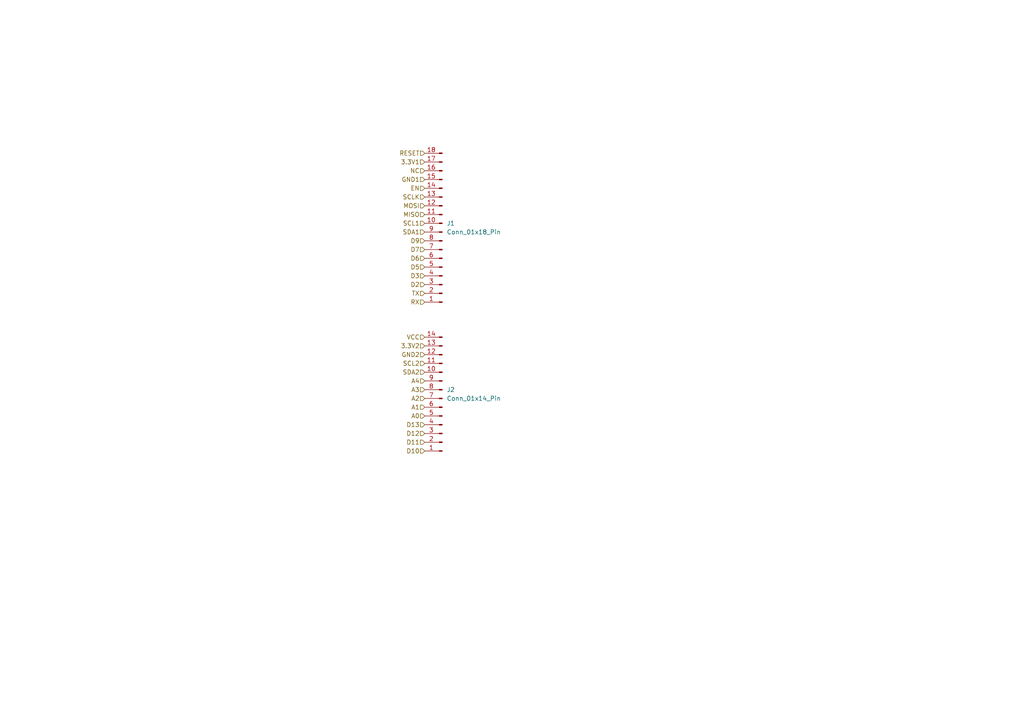
<source format=kicad_sch>
(kicad_sch (version 20250114) (generator "eeschema") (generator_version "9.0")
  (paper "A4")
  (lib_symbols
    (symbol "Connector:Conn_01x14_Pin" (pin_names (offset 1.016) (hide yes))
      (property "Reference" "J" (at 0 17.78 0))
      (property "Value" "Conn_01x14_Pin" (at 0 -20.32 0))
      (symbol "Conn_01x14_Pin_1_1"
        (rectangle (start 0.8636 15.367) (end 0 15.113) (stroke (width 0.1524)) (fill (type outline)))
        (rectangle (start 0.8636 12.827) (end 0 12.573) (stroke (width 0.1524)) (fill (type outline)))
        (rectangle (start 0.8636 10.287) (end 0 10.033) (stroke (width 0.1524)) (fill (type outline)))
        (rectangle (start 0.8636 7.747) (end 0 7.493) (stroke (width 0.1524)) (fill (type outline)))
        (rectangle (start 0.8636 5.207) (end 0 4.953) (stroke (width 0.1524)) (fill (type outline)))
        (rectangle (start 0.8636 2.667) (end 0 2.413) (stroke (width 0.1524)) (fill (type outline)))
        (rectangle (start 0.8636 0.127) (end 0 -0.127) (stroke (width 0.1524)) (fill (type outline)))
        (rectangle (start 0.8636 -2.413) (end 0 -2.667) (stroke (width 0.1524)) (fill (type outline)))
        (rectangle (start 0.8636 -4.953) (end 0 -5.207) (stroke (width 0.1524)) (fill (type outline)))
        (rectangle (start 0.8636 -7.493) (end 0 -7.747) (stroke (width 0.1524)) (fill (type outline)))
        (rectangle (start 0.8636 -10.033) (end 0 -10.287) (stroke (width 0.1524)) (fill (type outline)))
        (rectangle (start 0.8636 -12.573) (end 0 -12.827) (stroke (width 0.1524)) (fill (type outline)))
        (rectangle (start 0.8636 -15.113) (end 0 -15.367) (stroke (width 0.1524)) (fill (type outline)))
        (rectangle (start 0.8636 -17.653) (end 0 -17.907) (stroke (width 0.1524)) (fill (type outline)))
        (polyline (pts (xy 1.27 15.24) (xy 0.8636 15.24)) (stroke (width 0.1524)))
        (polyline (pts (xy 1.27 12.7) (xy 0.8636 12.7)) (stroke (width 0.1524)))
        (polyline (pts (xy 1.27 10.16) (xy 0.8636 10.16)) (stroke (width 0.1524)))
        (polyline (pts (xy 1.27 7.62) (xy 0.8636 7.62)) (stroke (width 0.1524)))
        (polyline (pts (xy 1.27 5.08) (xy 0.8636 5.08)) (stroke (width 0.1524)))
        (polyline (pts (xy 1.27 2.54) (xy 0.8636 2.54)) (stroke (width 0.1524)))
        (polyline (pts (xy 1.27 0) (xy 0.8636 0)) (stroke (width 0.1524)))
        (polyline (pts (xy 1.27 -2.54) (xy 0.8636 -2.54)) (stroke (width 0.1524)))
        (polyline (pts (xy 1.27 -5.08) (xy 0.8636 -5.08)) (stroke (width 0.1524)))
        (polyline (pts (xy 1.27 -7.62) (xy 0.8636 -7.62)) (stroke (width 0.1524)))
        (polyline (pts (xy 1.27 -10.16) (xy 0.8636 -10.16)) (stroke (width 0.1524)))
        (polyline (pts (xy 1.27 -12.7) (xy 0.8636 -12.7)) (stroke (width 0.1524)))
        (polyline (pts (xy 1.27 -15.24) (xy 0.8636 -15.24)) (stroke (width 0.1524)))
        (polyline (pts (xy 1.27 -17.78) (xy 0.8636 -17.78)) (stroke (width 0.1524)))
        (pin passive line (at 5.08 15.24 180) (length 3.81) (name "Pin_1") (number "1"))
        (pin passive line (at 5.08 12.7 180) (length 3.81) (name "Pin_2") (number "2"))
        (pin passive line (at 5.08 10.16 180) (length 3.81) (name "Pin_3") (number "3"))
        (pin passive line (at 5.08 7.62 180) (length 3.81) (name "Pin_4") (number "4"))
        (pin passive line (at 5.08 5.08 180) (length 3.81) (name "Pin_5") (number "5"))
        (pin passive line (at 5.08 2.54 180) (length 3.81) (name "Pin_6") (number "6"))
        (pin passive line (at 5.08 0 180) (length 3.81) (name "Pin_7") (number "7"))
        (pin passive line (at 5.08 -2.54 180) (length 3.81) (name "Pin_8") (number "8"))
        (pin passive line (at 5.08 -5.08 180) (length 3.81) (name "Pin_9") (number "9"))
        (pin passive line (at 5.08 -7.62 180) (length 3.81) (name "Pin_10") (number "10"))
        (pin passive line (at 5.08 -10.16 180) (length 3.81) (name "Pin_11") (number "11"))
        (pin passive line (at 5.08 -12.7 180) (length 3.81) (name "Pin_12") (number "12"))
        (pin passive line (at 5.08 -15.24 180) (length 3.81) (name "Pin_13") (number "13"))
        (pin passive line (at 5.08 -17.78 180) (length 3.81) (name "Pin_14") (number "14"))
      )
    )
    (symbol "Connector:Conn_01x18_Pin" (pin_names (offset 1.016) (hide yes))
      (property "Reference" "J" (at 0 22.86 0))
      (property "Value" "Conn_01x18_Pin" (at 0 -25.4 0))
      (symbol "Conn_01x18_Pin_1_1"
        (rectangle (start 0.8636 20.447) (end 0 20.193) (stroke (width 0.1524)) (fill (type outline)))
        (rectangle (start 0.8636 17.907) (end 0 17.653) (stroke (width 0.1524)) (fill (type outline)))
        (rectangle (start 0.8636 15.367) (end 0 15.113) (stroke (width 0.1524)) (fill (type outline)))
        (rectangle (start 0.8636 12.827) (end 0 12.573) (stroke (width 0.1524)) (fill (type outline)))
        (rectangle (start 0.8636 10.287) (end 0 10.033) (stroke (width 0.1524)) (fill (type outline)))
        (rectangle (start 0.8636 7.747) (end 0 7.493) (stroke (width 0.1524)) (fill (type outline)))
        (rectangle (start 0.8636 5.207) (end 0 4.953) (stroke (width 0.1524)) (fill (type outline)))
        (rectangle (start 0.8636 2.667) (end 0 2.413) (stroke (width 0.1524)) (fill (type outline)))
        (rectangle (start 0.8636 0.127) (end 0 -0.127) (stroke (width 0.1524)) (fill (type outline)))
        (rectangle (start 0.8636 -2.413) (end 0 -2.667) (stroke (width 0.1524)) (fill (type outline)))
        (rectangle (start 0.8636 -4.953) (end 0 -5.207) (stroke (width 0.1524)) (fill (type outline)))
        (rectangle (start 0.8636 -7.493) (end 0 -7.747) (stroke (width 0.1524)) (fill (type outline)))
        (rectangle (start 0.8636 -10.033) (end 0 -10.287) (stroke (width 0.1524)) (fill (type outline)))
        (rectangle (start 0.8636 -12.573) (end 0 -12.827) (stroke (width 0.1524)) (fill (type outline)))
        (rectangle (start 0.8636 -15.113) (end 0 -15.367) (stroke (width 0.1524)) (fill (type outline)))
        (rectangle (start 0.8636 -17.653) (end 0 -17.907) (stroke (width 0.1524)) (fill (type outline)))
        (rectangle (start 0.8636 -20.193) (end 0 -20.447) (stroke (width 0.1524)) (fill (type outline)))
        (rectangle (start 0.8636 -22.733) (end 0 -22.987) (stroke (width 0.1524)) (fill (type outline)))
        (polyline (pts (xy 1.27 20.32) (xy 0.8636 20.32)) (stroke (width 0.1524)))
        (polyline (pts (xy 1.27 17.78) (xy 0.8636 17.78)) (stroke (width 0.1524)))
        (polyline (pts (xy 1.27 15.24) (xy 0.8636 15.24)) (stroke (width 0.1524)))
        (polyline (pts (xy 1.27 12.7) (xy 0.8636 12.7)) (stroke (width 0.1524)))
        (polyline (pts (xy 1.27 10.16) (xy 0.8636 10.16)) (stroke (width 0.1524)))
        (polyline (pts (xy 1.27 7.62) (xy 0.8636 7.62)) (stroke (width 0.1524)))
        (polyline (pts (xy 1.27 5.08) (xy 0.8636 5.08)) (stroke (width 0.1524)))
        (polyline (pts (xy 1.27 2.54) (xy 0.8636 2.54)) (stroke (width 0.1524)))
        (polyline (pts (xy 1.27 0) (xy 0.8636 0)) (stroke (width 0.1524)))
        (polyline (pts (xy 1.27 -2.54) (xy 0.8636 -2.54)) (stroke (width 0.1524)))
        (polyline (pts (xy 1.27 -5.08) (xy 0.8636 -5.08)) (stroke (width 0.1524)))
        (polyline (pts (xy 1.27 -7.62) (xy 0.8636 -7.62)) (stroke (width 0.1524)))
        (polyline (pts (xy 1.27 -10.16) (xy 0.8636 -10.16)) (stroke (width 0.1524)))
        (polyline (pts (xy 1.27 -12.7) (xy 0.8636 -12.7)) (stroke (width 0.1524)))
        (polyline (pts (xy 1.27 -15.24) (xy 0.8636 -15.24)) (stroke (width 0.1524)))
        (polyline (pts (xy 1.27 -17.78) (xy 0.8636 -17.78)) (stroke (width 0.1524)))
        (polyline (pts (xy 1.27 -20.32) (xy 0.8636 -20.32)) (stroke (width 0.1524)))
        (polyline (pts (xy 1.27 -22.86) (xy 0.8636 -22.86)) (stroke (width 0.1524)))
        (pin passive line (at 5.08 20.32 180) (length 3.81) (name "Pin_1") (number "1"))
        (pin passive line (at 5.08 17.78 180) (length 3.81) (name "Pin_2") (number "2"))
        (pin passive line (at 5.08 15.24 180) (length 3.81) (name "Pin_3") (number "3"))
        (pin passive line (at 5.08 12.7 180) (length 3.81) (name "Pin_4") (number "4"))
        (pin passive line (at 5.08 10.16 180) (length 3.81) (name "Pin_5") (number "5"))
        (pin passive line (at 5.08 7.62 180) (length 3.81) (name "Pin_6") (number "6"))
        (pin passive line (at 5.08 5.08 180) (length 3.81) (name "Pin_7") (number "7"))
        (pin passive line (at 5.08 2.54 180) (length 3.81) (name "Pin_8") (number "8"))
        (pin passive line (at 5.08 0 180) (length 3.81) (name "Pin_9") (number "9"))
        (pin passive line (at 5.08 -2.54 180) (length 3.81) (name "Pin_10") (number "10"))
        (pin passive line (at 5.08 -5.08 180) (length 3.81) (name "Pin_11") (number "11"))
        (pin passive line (at 5.08 -7.62 180) (length 3.81) (name "Pin_12") (number "12"))
        (pin passive line (at 5.08 -10.16 180) (length 3.81) (name "Pin_13") (number "13"))
        (pin passive line (at 5.08 -12.7 180) (length 3.81) (name "Pin_14") (number "14"))
        (pin passive line (at 5.08 -15.24 180) (length 3.81) (name "Pin_15") (number "15"))
        (pin passive line (at 5.08 -17.78 180) (length 3.81) (name "Pin_16") (number "16"))
        (pin passive line (at 5.08 -20.32 180) (length 3.81) (name "Pin_17") (number "17"))
        (pin passive line (at 5.08 -22.86 180) (length 3.81) (name "Pin_18") (number "18"))
      )
    )
  )
  (hierarchical_label "D13" (shape input) (at 123.19 123.19 180))
  (hierarchical_label "D7" (shape input) (at 123.19 72.39 180))
  (hierarchical_label "GND1" (shape input) (at 123.19 52.07 180))
  (hierarchical_label "3.3V2" (shape input) (at 123.19 100.33 180))
  (hierarchical_label "D6" (shape input) (at 123.19 74.93 180))
  (hierarchical_label "RX" (shape input) (at 123.19 87.63 180))
  (hierarchical_label "VCC" (shape input) (at 123.19 97.79 180))
  (hierarchical_label "A3" (shape input) (at 123.19 113.03 180))
  (hierarchical_label "D11" (shape input) (at 123.19 128.27 180))
  (hierarchical_label "MOSI" (shape input) (at 123.19 59.69 180))
  (hierarchical_label "D9" (shape input) (at 123.19 69.85 180))
  (hierarchical_label "A4" (shape input) (at 123.19 110.49 180))
  (hierarchical_label "D2" (shape input) (at 123.19 82.55 180))
  (hierarchical_label "SCL1" (shape input) (at 123.19 64.77 180))
  (hierarchical_label "D3" (shape input) (at 123.19 80.01 180))
  (hierarchical_label "SCLK" (shape input) (at 123.19 57.15 180))
  (hierarchical_label "SDA1" (shape input) (at 123.19 67.31 180))
  (hierarchical_label "A0" (shape input) (at 123.19 120.65 180))
  (hierarchical_label "MISO" (shape input) (at 123.19 62.23 180))
  (hierarchical_label "TX" (shape input) (at 123.19 85.09 180))
  (hierarchical_label "A1" (shape input) (at 123.19 118.11 180))
  (hierarchical_label "D10" (shape input) (at 123.19 130.81 180))
  (hierarchical_label "A2" (shape input) (at 123.19 115.57 180))
  (hierarchical_label "3.3V1" (shape input) (at 123.19 46.99 180))
  (hierarchical_label "GND2" (shape input) (at 123.19 102.87 180))
  (hierarchical_label "D12" (shape input) (at 123.19 125.73 180))
  (hierarchical_label "NC" (shape input) (at 123.19 49.53 180))
  (hierarchical_label "SCL2" (shape input) (at 123.19 105.41 180))
  (hierarchical_label "D5" (shape input) (at 123.19 77.47 180))
  (hierarchical_label "EN" (shape input) (at 123.19 54.61 180))
  (hierarchical_label "SDA2" (shape input) (at 123.19 107.95 180))
  (hierarchical_label "RESET" (shape input) (at 123.19 44.45 180))
  (symbol (lib_id "Connector:Conn_01x14_Pin") (at 128.27 115.57 180) (unit 1)
    (property "Reference" "J2" (at 129.54 113.0299 0) (effects (justify right)))
    (property "Value" "Conn_01x14_Pin" (at 129.54 115.5699 0) (effects (justify right)))
    (property "Footprint" "Connector_PinSocket_2.54mm:PinSocket_1x14_P2.54mm_Vertical" (effects (hide yes)))
    (property "Description" "Generic connector, single row, 01x14, script generated" (effects (hide yes)))
  )
  (symbol (lib_id "Connector:Conn_01x18_Pin") (at 128.27 67.31 180) (unit 1)
    (property "Reference" "J1" (at 129.54 64.7699 0) (effects (justify right)))
    (property "Value" "Conn_01x18_Pin" (at 129.54 67.3099 0) (effects (justify right)))
    (property "Footprint" "Connector_PinSocket_2.54mm:PinSocket_1x18_P2.54mm_Vertical" (effects (hide yes)))
    (property "Description" "Generic connector, single row, 01x18, script generated" (effects (hide yes)))
  )
)
</source>
